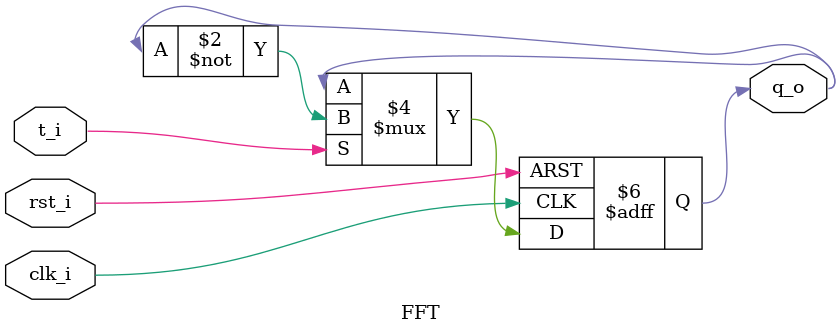
<source format=v>

/*
	Proyecto:	FDD
	Archivo:		FDD.V
	Descripcion: Descripcion de un Flip Flop D
	Asignatura:	DSD
	Prof: 		Toño
	Equipo:		Luis Gerardo Herrera Avila
*/

module FFT(
	input clk_i,
	input rst_i,
	input t_i,
	output reg q_o
);
	//definicion de un flip flop D 
	always @(posedge clk_i, posedge rst_i)
	begin
		if (rst_i)
			q_o <=1'b0;
		else
		if (t_i)
			q_o <= ~q_o;
			else
			q_o <= q_o;
	end
endmodule
</source>
